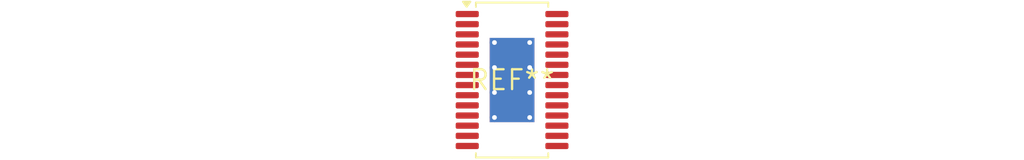
<source format=kicad_pcb>
(kicad_pcb (version 20240108) (generator pcbnew)
  (layers (0 "F.Cu" signal) (31 "B.Cu" signal) (34 "B.Paste" user) (35 "F.Paste" user) (36 "B.SilkS" user "B.Silkscreen") (37 "F.SilkS" user "F.Silkscreen") (38 "B.Mask" user) (39 "F.Mask" user) (44 "Edge.Cuts" user))
  (net 0 "")
  (footprint "HTSSOP-28-1EP_4.4x9.7mm_P0.65mm_EP2.85x5.4mm_ThermalVias" (layer "F.Cu") (at 0 0)
    (property "Reference" "REF**")
    (property "Value" "HTSSOP-28-1EP_4.4x9.7mm_P0.65mm_EP2.85x5.4mm_ThermalVias")
    (fp_line (start -2.31 -4.96) (end -2.31 -4.685) (layer "F.SilkS") (stroke (width 0.12)))
    (fp_line (start -2.31 4.96) (end -2.31 4.685) (layer "F.SilkS") (stroke (width 0.12)))
    (fp_line (start 0 -4.96) (end -2.31 -4.96) (layer "F.SilkS") (stroke (width 0.12)))
    (fp_line (start 0 -4.96) (end 2.31 -4.96) (layer "F.SilkS") (stroke (width 0.12)))
    (fp_line (start 0 4.96) (end -2.31 4.96) (layer "F.SilkS") (stroke (width 0.12)))
    (fp_line (start 0 4.96) (end 2.31 4.96) (layer "F.SilkS") (stroke (width 0.12)))
    (fp_line (start 2.31 -4.96) (end 2.31 -4.685) (layer "F.SilkS") (stroke (width 0.12)))
    (fp_line (start 2.31 4.96) (end 2.31 4.685) (layer "F.SilkS") (stroke (width 0.12)))
    (fp_poly (pts (xy -2.9 -4.685) (xy -3.14 -5.015) (xy -2.66 -5.015) (xy -2.9 -4.685)) (layer "F.SilkS") (stroke (width 0.12)) (fill solid))
    (pad "1" smd roundrect (at -2.8625 -4.225) (size 1.475 0.4) (layers "F.Cu" "F.Paste" "F.Mask"))
    (pad "2" smd roundrect (at -2.8625 -3.575) (size 1.475 0.4) (layers "F.Cu" "F.Paste" "F.Mask"))
    (pad "3" smd roundrect (at -2.8625 -2.925) (size 1.475 0.4) (layers "F.Cu" "F.Paste" "F.Mask"))
    (pad "4" smd roundrect (at -2.8625 -2.275) (size 1.475 0.4) (layers "F.Cu" "F.Paste" "F.Mask"))
    (pad "5" smd roundrect (at -2.8625 -1.625) (size 1.475 0.4) (layers "F.Cu" "F.Paste" "F.Mask"))
    (pad "6" smd roundrect (at -2.8625 -0.975) (size 1.475 0.4) (layers "F.Cu" "F.Paste" "F.Mask"))
    (pad "7" smd roundrect (at -2.8625 -0.325) (size 1.475 0.4) (layers "F.Cu" "F.Paste" "F.Mask"))
    (pad "8" smd roundrect (at -2.8625 0.325) (size 1.475 0.4) (layers "F.Cu" "F.Paste" "F.Mask"))
    (pad "9" smd roundrect (at -2.8625 0.975) (size 1.475 0.4) (layers "F.Cu" "F.Paste" "F.Mask"))
    (pad "10" smd roundrect (at -2.8625 1.625) (size 1.475 0.4) (layers "F.Cu" "F.Paste" "F.Mask"))
    (pad "11" smd roundrect (at -2.8625 2.275) (size 1.475 0.4) (layers "F.Cu" "F.Paste" "F.Mask"))
    (pad "12" smd roundrect (at -2.8625 2.925) (size 1.475 0.4) (layers "F.Cu" "F.Paste" "F.Mask"))
    (pad "13" smd roundrect (at -2.8625 3.575) (size 1.475 0.4) (layers "F.Cu" "F.Paste" "F.Mask"))
    (pad "14" smd roundrect (at -2.8625 4.225) (size 1.475 0.4) (layers "F.Cu" "F.Paste" "F.Mask"))
    (pad "15" smd roundrect (at 2.8625 4.225) (size 1.475 0.4) (layers "F.Cu" "F.Paste" "F.Mask"))
    (pad "16" smd roundrect (at 2.8625 3.575) (size 1.475 0.4) (layers "F.Cu" "F.Paste" "F.Mask"))
    (pad "17" smd roundrect (at 2.8625 2.925) (size 1.475 0.4) (layers "F.Cu" "F.Paste" "F.Mask"))
    (pad "18" smd roundrect (at 2.8625 2.275) (size 1.475 0.4) (layers "F.Cu" "F.Paste" "F.Mask"))
    (pad "19" smd roundrect (at 2.8625 1.625) (size 1.475 0.4) (layers "F.Cu" "F.Paste" "F.Mask"))
    (pad "20" smd roundrect (at 2.8625 0.975) (size 1.475 0.4) (layers "F.Cu" "F.Paste" "F.Mask"))
    (pad "21" smd roundrect (at 2.8625 0.325) (size 1.475 0.4) (layers "F.Cu" "F.Paste" "F.Mask"))
    (pad "22" smd roundrect (at 2.8625 -0.325) (size 1.475 0.4) (layers "F.Cu" "F.Paste" "F.Mask"))
    (pad "23" smd roundrect (at 2.8625 -0.975) (size 1.475 0.4) (layers "F.Cu" "F.Paste" "F.Mask"))
    (pad "24" smd roundrect (at 2.8625 -1.625) (size 1.475 0.4) (layers "F.Cu" "F.Paste" "F.Mask"))
    (pad "25" smd roundrect (at 2.8625 -2.275) (size 1.475 0.4) (layers "F.Cu" "F.Paste" "F.Mask"))
    (pad "26" smd roundrect (at 2.8625 -2.925) (size 1.475 0.4) (layers "F.Cu" "F.Paste" "F.Mask"))
    (pad "27" smd roundrect (at 2.8625 -3.575) (size 1.475 0.4) (layers "F.Cu" "F.Paste" "F.Mask"))
    (pad "28" smd roundrect (at 2.8625 -4.225) (size 1.475 0.4) (layers "F.Cu" "F.Paste" "F.Mask"))
    (pad "29" thru_hole circle (at -1.125 -2.4) (size 0.6 0.6) (drill 0.3) (property pad_prop_heatsink) (layers *.Cu) (remove_unused_layers))
    (pad "29" thru_hole circle (at -1.125 -0.8) (size 0.6 0.6) (drill 0.3) (property pad_prop_heatsink) (layers *.Cu) (remove_unused_layers))
    (pad "29" thru_hole circle (at -1.125 0.8) (size 0.6 0.6) (drill 0.3) (property pad_prop_heatsink) (layers *.Cu) (remove_unused_layers))
    (pad "29" thru_hole circle (at -1.125 2.4) (size 0.6 0.6) (drill 0.3) (property pad_prop_heatsink) (layers *.Cu) (remove_unused_layers))
    (pad "29" smd rect (at 0 0) (size 2.85 5.4) (property pad_prop_heatsink) (layers "F.Cu" "F.Mask"))
    (pad "29" smd rect (at 0 0) (size 2.85 5.4) (property pad_prop_heatsink) (layers "B.Cu"))
    (pad "29" thru_hole circle (at 1.125 -2.4) (size 0.6 0.6) (drill 0.3) (property pad_prop_heatsink) (layers *.Cu) (remove_unused_layers))
    (pad "29" thru_hole circle (at 1.125 -0.8) (size 0.6 0.6) (drill 0.3) (property pad_prop_heatsink) (layers *.Cu) (remove_unused_layers))
    (pad "29" thru_hole circle (at 1.125 0.8) (size 0.6 0.6) (drill 0.3) (property pad_prop_heatsink) (layers *.Cu) (remove_unused_layers))
    (pad "29" thru_hole circle (at 1.125 2.4) (size 0.6 0.6) (drill 0.3) (property pad_prop_heatsink) (layers *.Cu) (remove_unused_layers))
  )
)
</source>
